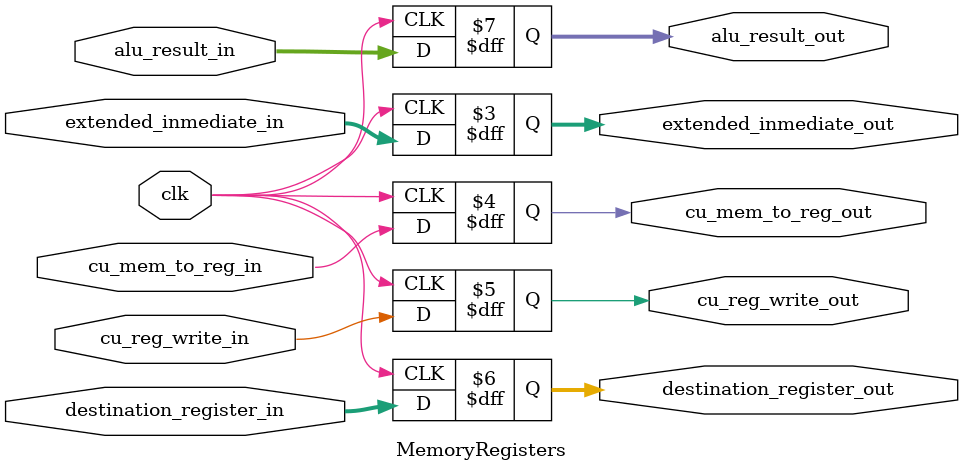
<source format=v>

`default_nettype none

`timescale 1ns / 1ps

module MemoryRegisters #(parameter WORD_SIZE = 32, parameter REGISTER_INDEX = 5)(
    // In
    input wire clk,
    input wire [WORD_SIZE-1:0] extended_inmediate_in,
    input wire cu_mem_to_reg_in,
    input wire cu_reg_write_in,
    input wire [REGISTER_INDEX-1:0] destination_register_in,
    input wire [WORD_SIZE-1:0] alu_result_in,

    // Out
    output reg [WORD_SIZE-1:0] extended_inmediate_out,
    output reg cu_mem_to_reg_out,
    output reg cu_reg_write_out,
    output reg [REGISTER_INDEX-1:0] destination_register_out,
    output reg [WORD_SIZE-1:0] alu_result_out
  );

  initial
  begin
    extended_inmediate_out = 0;
    cu_mem_to_reg_out = 0;
    cu_reg_write_out = 0;
    destination_register_out = 0;
    alu_result_out = 0;
  end

  always @(negedge clk)
  begin
    extended_inmediate_out = extended_inmediate_in;
    cu_mem_to_reg_out = cu_mem_to_reg_in;
    cu_reg_write_out = cu_reg_write_in;
    destination_register_out = destination_register_in;
    alu_result_out = alu_result_in;
  end
endmodule

</source>
